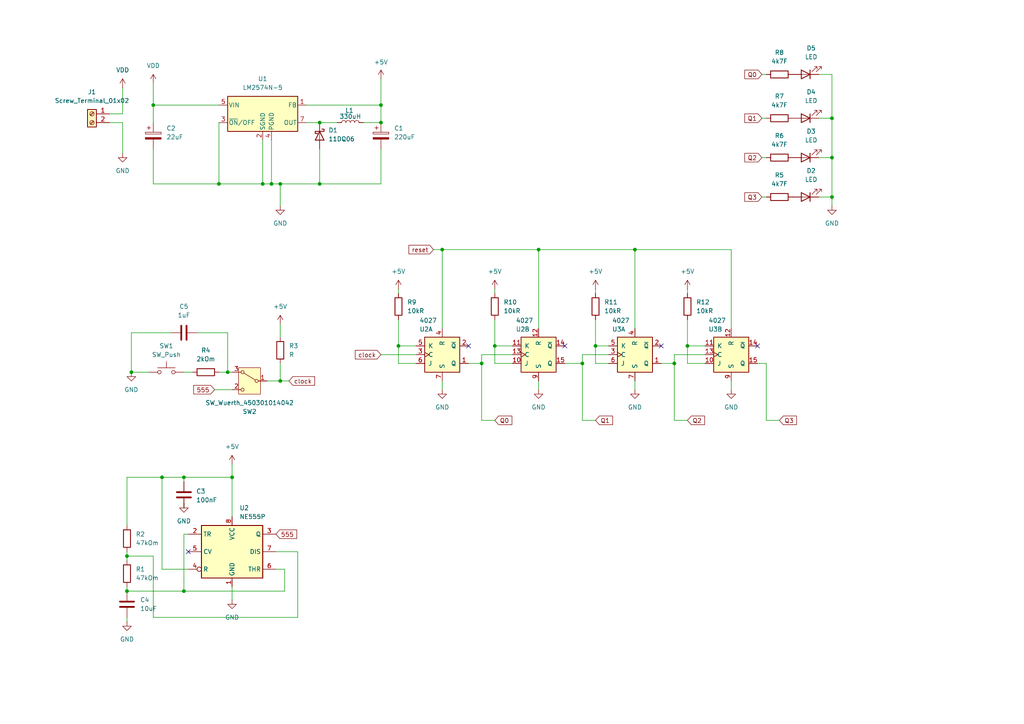
<source format=kicad_sch>
(kicad_sch (version 20250114) (generator "eeschema") (generator_version "9.0")
  (paper "A4")
  (title_block (title "Laboratorijske vjezbe") (date "2025-10-22") (rev "1.0") (company "TVZ"))
  (lib_symbols
    (symbol "4xxx:4027" (pin_names (offset 1.016))
      (property "Reference" "U" (at -7.62 8.89 0))
      (property "Value" "4027" (at -7.62 -8.89 0))
      (symbol "4027_1_1"
        (rectangle (start -5.08 5.08) (end 5.08 -5.08) (stroke (width 0.254)) (fill (type background)))
        (pin input line (at -7.62 2.54 0) (length 2.54) (name "J") (number "6"))
        (pin input clock (at -7.62 0 0) (length 2.54) (name "C") (number "3"))
        (pin input line (at -7.62 -2.54 0) (length 2.54) (name "K") (number "5"))
        (pin input line (at 0 7.62 270) (length 2.54) (name "S") (number "7"))
        (pin input line (at 0 -7.62 90) (length 2.54) (name "R") (number "4"))
        (pin output line (at 7.62 2.54 180) (length 2.54) (name "Q") (number "1"))
        (pin output line (at 7.62 -2.54 180) (length 2.54) (name "~{Q}") (number "2"))
      )
      (symbol "4027_2_1"
        (rectangle (start -5.08 5.08) (end 5.08 -5.08) (stroke (width 0.254)) (fill (type background)))
        (pin input line (at -7.62 2.54 0) (length 2.54) (name "J") (number "10"))
        (pin input clock (at -7.62 0 0) (length 2.54) (name "C") (number "13"))
        (pin input line (at -7.62 -2.54 0) (length 2.54) (name "K") (number "11"))
        (pin input line (at 0 7.62 270) (length 2.54) (name "S") (number "9"))
        (pin input line (at 0 -7.62 90) (length 2.54) (name "R") (number "12"))
        (pin output line (at 7.62 2.54 180) (length 2.54) (name "Q") (number "15"))
        (pin output line (at 7.62 -2.54 180) (length 2.54) (name "~{Q}") (number "14"))
      )
      (symbol "4027_3_0"
        (pin power_in line (at 0 10.16 270) (length 2.54) (name "VDD") (number "16"))
        (pin power_in line (at 0 -10.16 90) (length 2.54) (name "VSS") (number "8"))
      )
      (symbol "4027_3_1"
        (rectangle (start -5.08 7.62) (end 5.08 -7.62) (stroke (width 0.254)) (fill (type background)))
      )
    )
    (symbol "Connector:Screw_Terminal_01x02" (pin_names (offset 1.016) (hide yes))
      (property "Reference" "J" (at 0 2.54 0))
      (property "Value" "Screw_Terminal_01x02" (at 0 -5.08 0))
      (symbol "Screw_Terminal_01x02_1_1"
        (rectangle (start -1.27 1.27) (end 1.27 -3.81) (stroke (width 0.254)) (fill (type background)))
        (polyline (pts (xy -0.5334 0.3302) (xy 0.3302 -0.508)) (stroke (width 0.1524)))
        (polyline (pts (xy -0.5334 -2.2098) (xy 0.3302 -3.048)) (stroke (width 0.1524)))
        (polyline (pts (xy -0.3556 0.508) (xy 0.508 -0.3302)) (stroke (width 0.1524)))
        (polyline (pts (xy -0.3556 -2.032) (xy 0.508 -2.8702)) (stroke (width 0.1524)))
        (circle (center 0 0) (radius 0.635) (stroke (width 0.1524)))
        (circle (center 0 -2.54) (radius 0.635) (stroke (width 0.1524)))
        (pin passive line (at -5.08 0 0) (length 3.81) (name "Pin_1") (number "1"))
        (pin passive line (at -5.08 -2.54 0) (length 3.81) (name "Pin_2") (number "2"))
      )
    )
    (symbol "Device:C" (pin_numbers (hide yes)) (pin_names (offset 0.254))
      (property "Reference" "C" (at 0.635 2.54 0))
      (property "Value" "C" (at 0.635 -2.54 0))
      (symbol "C_0_1"
        (polyline (pts (xy -2.032 0.762) (xy 2.032 0.762)) (stroke (width 0.508)))
        (polyline (pts (xy -2.032 -0.762) (xy 2.032 -0.762)) (stroke (width 0.508)))
      )
      (symbol "C_1_1"
        (pin passive line (at 0 3.81 270) (length 2.794) (name "~") (number "1"))
        (pin passive line (at 0 -3.81 90) (length 2.794) (name "~") (number "2"))
      )
    )
    (symbol "Device:C_Polarized" (pin_numbers (hide yes)) (pin_names (offset 0.254))
      (property "Reference" "C" (at 0.635 2.54 0))
      (property "Value" "C_Polarized" (at 0.635 -2.54 0))
      (symbol "C_Polarized_0_1"
        (rectangle (start -2.286 0.508) (end 2.286 1.016))
        (polyline (pts (xy -1.778 2.286) (xy -0.762 2.286)))
        (polyline (pts (xy -1.27 2.794) (xy -1.27 1.778)))
        (rectangle (start 2.286 -0.508) (end -2.286 -1.016) (fill (type outline)))
      )
      (symbol "C_Polarized_1_1"
        (pin passive line (at 0 3.81 270) (length 2.794) (name "~") (number "1"))
        (pin passive line (at 0 -3.81 90) (length 2.794) (name "~") (number "2"))
      )
    )
    (symbol "Device:D_Schottky" (pin_numbers (hide yes)) (pin_names (offset 1.016) (hide yes))
      (property "Reference" "D" (at 0 2.54 0))
      (property "Value" "D_Schottky" (at 0 -2.54 0))
      (symbol "D_Schottky_0_1"
        (polyline (pts (xy -1.905 0.635) (xy -1.905 1.27) (xy -1.27 1.27) (xy -1.27 -1.27) (xy -0.635 -1.27) (xy -0.635 -0.635)) (stroke (width 0.254)))
        (polyline (pts (xy 1.27 1.27) (xy 1.27 -1.27) (xy -1.27 0) (xy 1.27 1.27)) (stroke (width 0.254)))
        (polyline (pts (xy 1.27 0) (xy -1.27 0)))
      )
      (symbol "D_Schottky_1_1"
        (pin passive line (at -3.81 0 0) (length 2.54) (name "K") (number "1"))
        (pin passive line (at 3.81 0 180) (length 2.54) (name "A") (number "2"))
      )
    )
    (symbol "Device:L" (pin_numbers (hide yes)) (pin_names (offset 1.016) (hide yes))
      (property "Reference" "L" (at -1.27 0 90))
      (property "Value" "L" (at 1.905 0 90))
      (symbol "L_0_1"
        (arc (start 0 2.54) (mid 0.6323 1.905) (end 0 1.27))
        (arc (start 0 1.27) (mid 0.6323 0.635) (end 0 0))
        (arc (start 0 0) (mid 0.6323 -0.635) (end 0 -1.27))
        (arc (start 0 -1.27) (mid 0.6323 -1.905) (end 0 -2.54))
      )
      (symbol "L_1_1"
        (pin passive line (at 0 3.81 270) (length 1.27) (name "1") (number "1"))
        (pin passive line (at 0 -3.81 90) (length 1.27) (name "2") (number "2"))
      )
    )
    (symbol "Device:LED" (pin_numbers (hide yes)) (pin_names (offset 1.016) (hide yes))
      (property "Reference" "D" (at 0 2.54 0))
      (property "Value" "LED" (at 0 -2.54 0))
      (symbol "LED_0_1"
        (polyline (pts (xy -3.048 -0.762) (xy -4.572 -2.286) (xy -3.81 -2.286) (xy -4.572 -2.286) (xy -4.572 -1.524)))
        (polyline (pts (xy -1.778 -0.762) (xy -3.302 -2.286) (xy -2.54 -2.286) (xy -3.302 -2.286) (xy -3.302 -1.524)))
        (polyline (pts (xy -1.27 0) (xy 1.27 0)))
        (polyline (pts (xy -1.27 -1.27) (xy -1.27 1.27)) (stroke (width 0.254)))
        (polyline (pts (xy 1.27 -1.27) (xy 1.27 1.27) (xy -1.27 0) (xy 1.27 -1.27)) (stroke (width 0.254)))
      )
      (symbol "LED_1_1"
        (pin passive line (at -3.81 0 0) (length 2.54) (name "K") (number "1"))
        (pin passive line (at 3.81 0 180) (length 2.54) (name "A") (number "2"))
      )
    )
    (symbol "Device:R" (pin_numbers (hide yes)) (pin_names (offset 0))
      (property "Reference" "R" (at 2.032 0 90))
      (property "Value" "R" (at 0 0 90))
      (symbol "R_0_1"
        (rectangle (start -1.016 -2.54) (end 1.016 2.54) (stroke (width 0.254)))
      )
      (symbol "R_1_1"
        (pin passive line (at 0 3.81 270) (length 1.27) (name "~") (number "1"))
        (pin passive line (at 0 -3.81 90) (length 1.27) (name "~") (number "2"))
      )
    )
    (symbol "Regulator_Switching:LM2574N-5" (pin_names (offset 0.254))
      (property "Reference" "U" (at -10.16 6.35 0))
      (property "Value" "LM2574N-5" (at 0 6.35 0))
      (symbol "LM2574N-5_0_1"
        (rectangle (start -10.16 5.08) (end 10.16 -5.08) (stroke (width 0.254)) (fill (type background)))
      )
      (symbol "LM2574N-5_1_1"
        (pin power_in line (at -12.7 2.54 0) (length 2.54) (name "VIN") (number "5"))
        (pin input line (at -12.7 -2.54 0) (length 2.54) (name "~{ON}/OFF") (number "3"))
        (pin no_connect line (at -10.16 0 0) (length 2.54) (hide yes) (name "NC") (number "6"))
        (pin power_in line (at 0 -7.62 90) (length 2.54) (name "SGND") (number "2"))
        (pin power_in line (at 2.54 -7.62 90) (length 2.54) (name "PGND") (number "4"))
        (pin no_connect line (at 10.16 0 180) (length 2.54) (hide yes) (name "NC") (number "8"))
        (pin input line (at 12.7 2.54 180) (length 2.54) (name "FB") (number "1"))
        (pin output line (at 12.7 -2.54 180) (length 2.54) (name "OUT") (number "7"))
      )
    )
    (symbol "Switch:SW_Push" (pin_numbers (hide yes)) (pin_names (offset 1.016) (hide yes))
      (property "Reference" "SW" (at 1.27 2.54 0))
      (property "Value" "SW_Push" (at 0 -1.524 0))
      (symbol "SW_Push_0_1"
        (circle (center -2.032 0) (radius 0.508))
        (polyline (pts (xy 0 1.27) (xy 0 3.048)))
        (circle (center 2.032 0) (radius 0.508))
        (polyline (pts (xy 2.54 1.27) (xy -2.54 1.27)))
        (pin passive line (at -5.08 0 0) (length 2.54) (name "1") (number "1"))
        (pin passive line (at 5.08 0 180) (length 2.54) (name "2") (number "2"))
      )
    )
    (symbol "Switch:SW_Wuerth_450301014042" (pin_names (offset 1) (hide yes))
      (property "Reference" "SW" (at 0 5.08 0))
      (property "Value" "SW_Wuerth_450301014042" (at 0 -5.08 0))
      (symbol "SW_Wuerth_450301014042_0_1"
        (circle (center -2.032 0) (radius 0.4572))
        (polyline (pts (xy -1.651 0.254) (xy 1.651 2.286)))
        (circle (center 2.032 2.54) (radius 0.4572))
        (circle (center 2.032 -2.54) (radius 0.4572))
      )
      (symbol "SW_Wuerth_450301014042_1_1"
        (rectangle (start -3.175 3.81) (end 3.175 -3.81) (fill (type background)))
        (pin passive line (at -5.08 0 0) (length 2.54) (name "B") (number "1"))
        (pin passive line (at 5.08 2.54 180) (length 2.54) (name "A") (number "3"))
        (pin passive line (at 5.08 -2.54 180) (length 2.54) (name "C") (number "2"))
      )
    )
    (symbol "Timer:NE555P"
      (property "Reference" "U" (at -10.16 8.89 0))
      (property "Value" "NE555P" (at 2.54 8.89 0))
      (symbol "NE555P_0_0"
        (pin power_in line (at 0 10.16 270) (length 2.54) (name "VCC") (number "8"))
        (pin power_in line (at 0 -10.16 90) (length 2.54) (name "GND") (number "1"))
      )
      (symbol "NE555P_0_1"
        (rectangle (start -8.89 -7.62) (end 8.89 7.62) (stroke (width 0.254)) (fill (type background)))
        (rectangle (start -8.89 -7.62) (end 8.89 7.62) (stroke (width 0.254)) (fill (type background)))
      )
      (symbol "NE555P_1_1"
        (pin input line (at -12.7 5.08 0) (length 3.81) (name "TR") (number "2"))
        (pin input line (at -12.7 0 0) (length 3.81) (name "CV") (number "5"))
        (pin input inverted (at -12.7 -5.08 0) (length 3.81) (name "R") (number "4"))
        (pin output line (at 12.7 5.08 180) (length 3.81) (name "Q") (number "3"))
        (pin input line (at 12.7 0 180) (length 3.81) (name "DIS") (number "7"))
        (pin input line (at 12.7 -5.08 180) (length 3.81) (name "THR") (number "6"))
      )
    )
    (symbol "power:+5V" (power) (pin_numbers (hide yes)) (pin_names (offset 0) (hide yes))
      (property "Value" "+5V" (at 0 3.556 0))
      (symbol "+5V_0_1"
        (polyline (pts (xy -0.762 1.27) (xy 0 2.54)))
        (polyline (pts (xy 0 2.54) (xy 0.762 1.27)))
        (polyline (pts (xy 0 0) (xy 0 2.54)))
      )
      (symbol "+5V_1_1"
        (pin power_in line (at 0 0 90) (length 0) (name "~") (number "1"))
      )
    )
    (symbol "power:GND" (power) (pin_numbers (hide yes)) (pin_names (offset 0) (hide yes))
      (property "Value" "GND" (at 0 -3.81 0))
      (symbol "GND_0_1"
        (polyline (pts (xy 0 0) (xy 0 -1.27) (xy 1.27 -1.27) (xy 0 -2.54) (xy -1.27 -1.27) (xy 0 -1.27)))
      )
      (symbol "GND_1_1"
        (pin power_in line (at 0 0 270) (length 0) (name "~") (number "1"))
      )
    )
    (symbol "power:VDD" (power) (pin_numbers (hide yes)) (pin_names (offset 0) (hide yes))
      (property "Value" "VDD" (at 0 3.556 0))
      (symbol "VDD_0_1"
        (polyline (pts (xy -0.762 1.27) (xy 0 2.54)))
        (polyline (pts (xy 0 2.54) (xy 0.762 1.27)))
        (polyline (pts (xy 0 0) (xy 0 2.54)))
      )
      (symbol "VDD_1_1"
        (pin power_in line (at 0 0 90) (length 0) (name "~") (number "1"))
      )
    )
  )
  (junction (at 168.91 105.41))
  (junction (at 110.49 30.48))
  (junction (at 81.28 53.34))
  (junction (at 36.83 171.45))
  (junction (at 143.51 100.33))
  (junction (at 76.2 53.34))
  (junction (at 92.71 53.34))
  (junction (at 67.31 138.43))
  (junction (at 44.45 30.48))
  (junction (at 139.7 105.41))
  (junction (at 63.5 53.34))
  (junction (at 53.34 138.43))
  (junction (at 184.15 72.39))
  (junction (at 36.83 161.29))
  (junction (at 66.04 107.95))
  (junction (at 172.72 100.33))
  (junction (at 81.28 110.49))
  (junction (at 241.3 34.29))
  (junction (at 78.74 53.34))
  (junction (at 92.71 35.56))
  (junction (at 241.3 57.15))
  (junction (at 195.58 105.41))
  (junction (at 110.49 35.56))
  (junction (at 199.39 100.33))
  (junction (at 53.34 171.45))
  (junction (at 46.99 138.43))
  (junction (at 128.27 72.39))
  (junction (at 38.1 107.95))
  (junction (at 115.57 100.33))
  (junction (at 241.3 45.72))
  (junction (at 156.21 72.39))
  (no_connect (at 219.71 100.33))
  (no_connect (at 191.77 100.33))
  (no_connect (at 54.61 160.02))
  (no_connect (at 135.89 100.33))
  (no_connect (at 163.83 100.33))
  (wire (pts (xy 139.7 102.87) (xy 139.7 105.41)))
  (wire (pts (xy 35.56 33.02) (xy 31.75 33.02)))
  (wire (pts (xy 81.28 110.49) (xy 83.82 110.49)))
  (wire (pts (xy 156.21 72.39) (xy 156.21 95.25)))
  (wire (pts (xy 81.28 53.34) (xy 81.28 59.69)))
  (wire (pts (xy 172.72 100.33) (xy 172.72 92.71)))
  (wire (pts (xy 35.56 44.45) (xy 35.56 35.56)))
  (wire (pts (xy 237.49 45.72) (xy 241.3 45.72)))
  (wire (pts (xy 36.83 152.4) (xy 36.83 138.43)))
  (wire (pts (xy 44.45 179.07) (xy 44.45 161.29)))
  (wire (pts (xy 212.09 72.39) (xy 212.09 95.25)))
  (wire (pts (xy 81.28 53.34) (xy 92.71 53.34)))
  (wire (pts (xy 88.9 30.48) (xy 110.49 30.48)))
  (wire (pts (xy 143.51 83.82) (xy 143.51 85.09)))
  (wire (pts (xy 53.34 138.43) (xy 67.31 138.43)))
  (wire (pts (xy 53.34 171.45) (xy 36.83 171.45)))
  (wire (pts (xy 195.58 102.87) (xy 195.58 105.41)))
  (wire (pts (xy 44.45 30.48) (xy 63.5 30.48)))
  (wire (pts (xy 80.01 165.1) (xy 82.55 165.1)))
  (wire (pts (xy 81.28 93.98) (xy 81.28 97.79)))
  (wire (pts (xy 77.47 110.49) (xy 81.28 110.49)))
  (wire (pts (xy 88.9 35.56) (xy 92.71 35.56)))
  (wire (pts (xy 184.15 72.39) (xy 212.09 72.39)))
  (wire (pts (xy 67.31 138.43) (xy 67.31 149.86)))
  (wire (pts (xy 67.31 170.18) (xy 67.31 173.99)))
  (wire (pts (xy 172.72 105.41) (xy 172.72 100.33)))
  (wire (pts (xy 66.04 107.95) (xy 67.31 107.95)))
  (wire (pts (xy 222.25 34.29) (xy 220.98 34.29)))
  (wire (pts (xy 36.83 161.29) (xy 36.83 162.56)))
  (wire (pts (xy 222.25 121.92) (xy 222.25 105.41)))
  (wire (pts (xy 125.73 72.39) (xy 128.27 72.39)))
  (wire (pts (xy 63.5 53.34) (xy 76.2 53.34)))
  (wire (pts (xy 82.55 171.45) (xy 53.34 171.45)))
  (wire (pts (xy 222.25 57.15) (xy 220.98 57.15)))
  (wire (pts (xy 143.51 121.92) (xy 139.7 121.92)))
  (wire (pts (xy 67.31 134.62) (xy 67.31 138.43)))
  (wire (pts (xy 110.49 30.48) (xy 110.49 35.56)))
  (wire (pts (xy 139.7 105.41) (xy 135.89 105.41)))
  (wire (pts (xy 36.83 170.18) (xy 36.83 171.45)))
  (wire (pts (xy 81.28 105.41) (xy 81.28 110.49)))
  (wire (pts (xy 172.72 121.92) (xy 168.91 121.92)))
  (wire (pts (xy 222.25 45.72) (xy 220.98 45.72)))
  (wire (pts (xy 63.5 107.95) (xy 66.04 107.95)))
  (wire (pts (xy 139.7 121.92) (xy 139.7 105.41)))
  (wire (pts (xy 46.99 165.1) (xy 46.99 138.43)))
  (wire (pts (xy 44.45 30.48) (xy 44.45 35.56)))
  (wire (pts (xy 156.21 72.39) (xy 184.15 72.39)))
  (wire (pts (xy 120.65 105.41) (xy 115.57 105.41)))
  (wire (pts (xy 237.49 21.59) (xy 241.3 21.59)))
  (wire (pts (xy 86.36 160.02) (xy 86.36 179.07)))
  (wire (pts (xy 53.34 138.43) (xy 53.34 139.7)))
  (wire (pts (xy 110.49 22.86) (xy 110.49 30.48)))
  (wire (pts (xy 237.49 34.29) (xy 241.3 34.29)))
  (wire (pts (xy 199.39 83.82) (xy 199.39 85.09)))
  (wire (pts (xy 241.3 57.15) (xy 241.3 59.69)))
  (wire (pts (xy 54.61 165.1) (xy 46.99 165.1)))
  (wire (pts (xy 156.21 110.49) (xy 156.21 113.03)))
  (wire (pts (xy 110.49 102.87) (xy 120.65 102.87)))
  (wire (pts (xy 115.57 105.41) (xy 115.57 100.33)))
  (wire (pts (xy 105.41 35.56) (xy 110.49 35.56)))
  (wire (pts (xy 128.27 72.39) (xy 128.27 95.25)))
  (wire (pts (xy 76.2 40.64) (xy 76.2 53.34)))
  (wire (pts (xy 44.45 161.29) (xy 36.83 161.29)))
  (wire (pts (xy 115.57 100.33) (xy 115.57 92.71)))
  (wire (pts (xy 78.74 53.34) (xy 81.28 53.34)))
  (wire (pts (xy 128.27 110.49) (xy 128.27 113.03)))
  (wire (pts (xy 92.71 43.18) (xy 92.71 53.34)))
  (wire (pts (xy 176.53 105.41) (xy 172.72 105.41)))
  (wire (pts (xy 204.47 105.41) (xy 199.39 105.41)))
  (wire (pts (xy 35.56 25.4) (xy 35.56 33.02)))
  (wire (pts (xy 63.5 35.56) (xy 63.5 53.34)))
  (wire (pts (xy 168.91 102.87) (xy 168.91 105.41)))
  (wire (pts (xy 204.47 102.87) (xy 195.58 102.87)))
  (wire (pts (xy 92.71 35.56) (xy 97.79 35.56)))
  (wire (pts (xy 143.51 100.33) (xy 148.59 100.33)))
  (wire (pts (xy 49.53 96.52) (xy 38.1 96.52)))
  (wire (pts (xy 36.83 138.43) (xy 46.99 138.43)))
  (wire (pts (xy 148.59 105.41) (xy 143.51 105.41)))
  (wire (pts (xy 66.04 96.52) (xy 66.04 107.95)))
  (wire (pts (xy 78.74 40.64) (xy 78.74 53.34)))
  (wire (pts (xy 92.71 53.34) (xy 110.49 53.34)))
  (wire (pts (xy 36.83 179.07) (xy 36.83 180.34)))
  (wire (pts (xy 199.39 100.33) (xy 199.39 92.71)))
  (wire (pts (xy 184.15 110.49) (xy 184.15 113.03)))
  (wire (pts (xy 143.51 105.41) (xy 143.51 100.33)))
  (wire (pts (xy 62.23 113.03) (xy 67.31 113.03)))
  (wire (pts (xy 226.06 121.92) (xy 222.25 121.92)))
  (wire (pts (xy 38.1 107.95) (xy 43.18 107.95)))
  (wire (pts (xy 38.1 96.52) (xy 38.1 107.95)))
  (wire (pts (xy 36.83 160.02) (xy 36.83 161.29)))
  (wire (pts (xy 195.58 105.41) (xy 191.77 105.41)))
  (wire (pts (xy 76.2 53.34) (xy 78.74 53.34)))
  (wire (pts (xy 128.27 72.39) (xy 156.21 72.39)))
  (wire (pts (xy 44.45 24.13) (xy 44.45 30.48)))
  (wire (pts (xy 44.45 53.34) (xy 63.5 53.34)))
  (wire (pts (xy 82.55 165.1) (xy 82.55 171.45)))
  (wire (pts (xy 172.72 100.33) (xy 176.53 100.33)))
  (wire (pts (xy 176.53 102.87) (xy 168.91 102.87)))
  (wire (pts (xy 237.49 57.15) (xy 241.3 57.15)))
  (wire (pts (xy 212.09 110.49) (xy 212.09 113.03)))
  (wire (pts (xy 168.91 121.92) (xy 168.91 105.41)))
  (wire (pts (xy 184.15 72.39) (xy 184.15 95.25)))
  (wire (pts (xy 57.15 96.52) (xy 66.04 96.52)))
  (wire (pts (xy 241.3 57.15) (xy 241.3 45.72)))
  (wire (pts (xy 46.99 138.43) (xy 53.34 138.43)))
  (wire (pts (xy 172.72 83.82) (xy 172.72 85.09)))
  (wire (pts (xy 80.01 160.02) (xy 86.36 160.02)))
  (wire (pts (xy 53.34 154.94) (xy 53.34 171.45)))
  (wire (pts (xy 115.57 83.82) (xy 115.57 85.09)))
  (wire (pts (xy 53.34 107.95) (xy 55.88 107.95)))
  (wire (pts (xy 199.39 121.92) (xy 195.58 121.92)))
  (wire (pts (xy 199.39 100.33) (xy 204.47 100.33)))
  (wire (pts (xy 44.45 43.18) (xy 44.45 53.34)))
  (wire (pts (xy 222.25 105.41) (xy 219.71 105.41)))
  (wire (pts (xy 222.25 21.59) (xy 220.98 21.59)))
  (wire (pts (xy 241.3 45.72) (xy 241.3 34.29)))
  (wire (pts (xy 163.83 105.41) (xy 168.91 105.41)))
  (wire (pts (xy 195.58 121.92) (xy 195.58 105.41)))
  (wire (pts (xy 53.34 146.05) (xy 53.34 147.32)))
  (wire (pts (xy 110.49 53.34) (xy 110.49 43.18)))
  (wire (pts (xy 86.36 179.07) (xy 44.45 179.07)))
  (wire (pts (xy 143.51 100.33) (xy 143.51 92.71)))
  (wire (pts (xy 241.3 34.29) (xy 241.3 21.59)))
  (wire (pts (xy 54.61 154.94) (xy 53.34 154.94)))
  (wire (pts (xy 148.59 102.87) (xy 139.7 102.87)))
  (wire (pts (xy 35.56 35.56) (xy 31.75 35.56)))
  (wire (pts (xy 115.57 100.33) (xy 120.65 100.33)))
  (wire (pts (xy 199.39 100.33) (xy 199.39 105.41)))
  (global_label "Q2" (shape input) (at 199.39 121.92 0) (property "Intersheetrefs" "${INTERSHEET_REFS}" (effects (hide yes))))
  (global_label "Q1" (shape input) (at 220.98 34.29 180) (property "Intersheetrefs" "${INTERSHEET_REFS}" (effects (hide yes))))
  (global_label "reset" (shape input) (at 125.73 72.39 180) (property "Intersheetrefs" "${INTERSHEET_REFS}" (effects (hide yes))))
  (global_label "Q0" (shape input) (at 220.98 21.59 180) (property "Intersheetrefs" "${INTERSHEET_REFS}" (effects (hide yes))))
  (global_label "Q3" (shape input) (at 220.98 57.15 180) (property "Intersheetrefs" "${INTERSHEET_REFS}" (effects (hide yes))))
  (global_label "555" (shape input) (at 62.23 113.03 180) (property "Intersheetrefs" "${INTERSHEET_REFS}" (effects (hide yes))))
  (global_label "clock" (shape input) (at 83.82 110.49 0) (property "Intersheetrefs" "${INTERSHEET_REFS}" (effects (hide yes))))
  (global_label "Q2" (shape input) (at 220.98 45.72 180) (property "Intersheetrefs" "${INTERSHEET_REFS}" (effects (hide yes))))
  (global_label "Q0" (shape input) (at 143.51 121.92 0) (property "Intersheetrefs" "${INTERSHEET_REFS}" (effects (hide yes))))
  (global_label "Q1" (shape input) (at 172.72 121.92 0) (property "Intersheetrefs" "${INTERSHEET_REFS}" (effects (hide yes))))
  (global_label "Q3" (shape input) (at 226.06 121.92 0) (property "Intersheetrefs" "${INTERSHEET_REFS}" (effects (hide yes))))
  (global_label "clock" (shape input) (at 110.49 102.87 180) (property "Intersheetrefs" "${INTERSHEET_REFS}" (effects (hide yes))))
  (global_label "555" (shape input) (at 80.01 154.94 0) (property "Intersheetrefs" "${INTERSHEET_REFS}" (effects (hide yes))))
  (symbol (lib_id "Device:C") (at 36.83 175.26 0) (unit 1)
    (property "Reference" "C4" (at 40.64 173.9899 0) (effects (justify left)))
    (property "Value" "10uF" (at 40.64 176.5299 0) (effects (justify left)))
    (property "Description" "Unpolarized capacitor" (effects (hide yes)))
  )
  (symbol (lib_id "4xxx:4027") (at 212.09 102.87 0) (mirror x) (unit 2)
    (property "Reference" "U3" (at 205.486 95.504 0) (effects (justify left)))
    (property "Value" "4027" (at 205.486 92.964 0) (effects (justify left)))
    (property "Datasheet" "http://www.intersil.com/content/dam/Intersil/documents/cd40/cd4027bms.pdf" (effects (hide yes)))
    (property "Description" "Dual JK FlipFlop, set & reset" (effects (hide yes)))
  )
  (symbol (lib_id "Device:R") (at 143.51 88.9 0) (unit 1)
    (property "Reference" "R10" (at 146.05 87.6299 0) (effects (justify left)))
    (property "Value" "10kR" (at 146.05 90.1699 0) (effects (justify left)))
    (property "Description" "Resistor" (effects (hide yes)))
  )
  (symbol (lib_id "power:GND") (at 35.56 44.45 0) (unit 1)
    (property "Reference" "#PWR04" (effects (hide yes)))
    (property "Value" "GND" (at 35.56 49.53 0))
    (property "Description" "Power symbol creates a global label with name \"GND\" , ground" (effects (hide yes)))
  )
  (symbol (lib_id "Device:C") (at 53.34 96.52 90) (unit 1)
    (property "Reference" "C5" (at 53.34 88.9 90))
    (property "Value" "1uF" (at 53.34 91.44 90))
    (property "Description" "Unpolarized capacitor" (effects (hide yes)))
  )
  (symbol (lib_id "4xxx:4027") (at 156.21 102.87 0) (mirror x) (unit 2)
    (property "Reference" "U2" (at 149.606 95.504 0) (effects (justify left)))
    (property "Value" "4027" (at 149.606 92.964 0) (effects (justify left)))
    (property "Datasheet" "http://www.intersil.com/content/dam/Intersil/documents/cd40/cd4027bms.pdf" (effects (hide yes)))
    (property "Description" "Dual JK FlipFlop, set & reset" (effects (hide yes)))
  )
  (symbol (lib_id "Switch:SW_Wuerth_450301014042") (at 72.39 110.49 0) (mirror y) (unit 1)
    (property "Reference" "SW2" (at 72.39 119.38 0))
    (property "Value" "SW_Wuerth_450301014042" (at 72.39 116.84 0))
    (property "Footprint" "Button_Switch_THT:SW_Slide-03_Wuerth-WS-SLTV_10x2.5x6.4_P2.54mm" (effects (hide yes)))
    (property "Datasheet" "https://www.we-online.com/components/products/datasheet/450301014042.pdf" (effects (hide yes)))
    (property "Description" "Switch slide, single pole double throw" (effects (hide yes)))
  )
  (symbol (lib_id "power:GND") (at 53.34 146.05 0) (unit 1)
    (property "Reference" "#PWR08" (effects (hide yes)))
    (property "Value" "GND" (at 53.34 151.13 0))
    (property "Description" "Power symbol creates a global label with name \"GND\" , ground" (effects (hide yes)))
  )
  (symbol (lib_id "power:VDD") (at 35.56 25.4 0) (unit 1)
    (property "Reference" "#PWR01" (effects (hide yes)))
    (property "Value" "VDD" (at 35.56 20.32 0))
    (property "Description" "Power symbol creates a global label with name \"VDD\"" (effects (hide yes)))
  )
  (symbol (lib_id "Regulator_Switching:LM2574N-5") (at 76.2 33.02 0) (unit 1)
    (property "Reference" "U1" (at 76.2 22.86 0))
    (property "Value" "LM2574N-5" (at 76.2 25.4 0))
    (property "Footprint" "Package_DIP:DIP-8_W7.62mm" (effects (hide yes)))
    (property "Datasheet" "http://www.national.com/ds/LM/LM2574.pdf" (effects (hide yes)))
    (property "Description" "5V, 0.5A SIMPLE SWITCHER® Step-Down Voltage Regulator, DIP-8" (effects (hide yes)))
  )
  (symbol (lib_id "power:+5V") (at 115.57 83.82 0) (unit 1)
    (property "Reference" "#PWR017" (effects (hide yes)))
    (property "Value" "+5V" (at 115.57 78.74 0))
    (property "Description" "Power symbol creates a global label with name \"+5V\"" (effects (hide yes)))
  )
  (symbol (lib_id "4xxx:4027") (at 184.15 102.87 0) (mirror x) (unit 1)
    (property "Reference" "U3" (at 177.546 95.504 0) (effects (justify left)))
    (property "Value" "4027" (at 177.546 92.964 0) (effects (justify left)))
    (property "Datasheet" "http://www.intersil.com/content/dam/Intersil/documents/cd40/cd4027bms.pdf" (effects (hide yes)))
    (property "Description" "Dual JK FlipFlop, set & reset" (effects (hide yes)))
  )
  (symbol (lib_id "4xxx:4027") (at 128.27 102.87 0) (mirror x) (unit 1)
    (property "Reference" "U2" (at 121.666 95.504 0) (effects (justify left)))
    (property "Value" "4027" (at 121.666 92.964 0) (effects (justify left)))
    (property "Datasheet" "http://www.intersil.com/content/dam/Intersil/documents/cd40/cd4027bms.pdf" (effects (hide yes)))
    (property "Description" "Dual JK FlipFlop, set & reset" (effects (hide yes)))
  )
  (symbol (lib_id "Device:C_Polarized") (at 44.45 39.37 0) (unit 1)
    (property "Reference" "C2" (at 48.26 37.2109 0) (effects (justify left)))
    (property "Value" "22uF" (at 48.26 39.7509 0) (effects (justify left)))
    (property "Description" "Polarized capacitor" (effects (hide yes)))
  )
  (symbol (lib_id "Device:LED") (at 233.68 34.29 180) (unit 1)
    (property "Reference" "D4" (at 235.2675 26.67 0))
    (property "Value" "LED" (at 235.2675 29.21 0))
    (property "Description" "Light emitting diode" (effects (hide yes)))
    (property "Sim.Pins" "1=K 2=A" (effects (hide yes)))
  )
  (symbol (lib_id "Device:R") (at 226.06 57.15 90) (unit 1)
    (property "Reference" "R5" (at 226.06 50.8 90))
    (property "Value" "4k7F" (at 226.06 53.34 90))
    (property "Description" "Resistor" (effects (hide yes)))
  )
  (symbol (lib_id "Device:R") (at 226.06 45.72 90) (unit 1)
    (property "Reference" "R6" (at 226.06 39.37 90))
    (property "Value" "4k7F" (at 226.06 41.91 90))
    (property "Description" "Resistor" (effects (hide yes)))
  )
  (symbol (lib_id "power:GND") (at 38.1 107.95 0) (unit 1)
    (property "Reference" "#PWR010" (effects (hide yes)))
    (property "Value" "GND" (at 38.1 113.03 0))
    (property "Description" "Power symbol creates a global label with name \"GND\" , ground" (effects (hide yes)))
  )
  (symbol (lib_id "Device:LED") (at 233.68 45.72 180) (unit 1)
    (property "Reference" "D3" (at 235.2675 38.1 0))
    (property "Value" "LED" (at 235.2675 40.64 0))
    (property "Description" "Light emitting diode" (effects (hide yes)))
    (property "Sim.Pins" "1=K 2=A" (effects (hide yes)))
  )
  (symbol (lib_id "Device:R") (at 226.06 34.29 90) (unit 1)
    (property "Reference" "R7" (at 226.06 27.94 90))
    (property "Value" "4k7F" (at 226.06 30.48 90))
    (property "Description" "Resistor" (effects (hide yes)))
  )
  (symbol (lib_id "Device:R") (at 81.28 101.6 0) (unit 1)
    (property "Reference" "R3" (at 83.82 100.3299 0) (effects (justify left)))
    (property "Value" "R" (at 83.82 102.8699 0) (effects (justify left)))
    (property "Description" "Resistor" (effects (hide yes)))
  )
  (symbol (lib_id "Device:R") (at 115.57 88.9 0) (unit 1)
    (property "Reference" "R9" (at 118.11 87.6299 0) (effects (justify left)))
    (property "Value" "10kR" (at 118.11 90.1699 0) (effects (justify left)))
    (property "Description" "Resistor" (effects (hide yes)))
  )
  (symbol (lib_id "power:+5V") (at 172.72 83.82 0) (unit 1)
    (property "Reference" "#PWR019" (effects (hide yes)))
    (property "Value" "+5V" (at 172.72 78.74 0))
    (property "Description" "Power symbol creates a global label with name \"+5V\"" (effects (hide yes)))
  )
  (symbol (lib_id "power:GND") (at 212.09 113.03 0) (unit 1)
    (property "Reference" "#PWR014" (effects (hide yes)))
    (property "Value" "GND" (at 212.09 118.11 0))
    (property "Description" "Power symbol creates a global label with name \"GND\" , ground" (effects (hide yes)))
  )
  (symbol (lib_id "Timer:NE555P") (at 67.31 160.02 0) (unit 1)
    (property "Reference" "U2" (at 69.4533 147.32 0) (effects (justify left)))
    (property "Value" "NE555P" (at 69.4533 149.86 0) (effects (justify left)))
    (property "Footprint" "Package_DIP:DIP-8_W7.62mm" (effects (hide yes)))
    (property "Datasheet" "http://www.ti.com/lit/ds/symlink/ne555.pdf" (effects (hide yes)))
    (property "Description" "Precision Timers, 555 compatible,  PDIP-8" (effects (hide yes)))
  )
  (symbol (lib_id "Device:R") (at 59.69 107.95 90) (unit 1)
    (property "Reference" "R4" (at 59.69 101.6 90))
    (property "Value" "2kOm" (at 59.69 104.14 90))
    (property "Description" "Resistor" (effects (hide yes)))
  )
  (symbol (lib_id "power:GND") (at 156.21 113.03 0) (unit 1)
    (property "Reference" "#PWR015" (effects (hide yes)))
    (property "Value" "GND" (at 156.21 118.11 0))
    (property "Description" "Power symbol creates a global label with name \"GND\" , ground" (effects (hide yes)))
  )
  (symbol (lib_id "Device:LED") (at 233.68 21.59 180) (unit 1)
    (property "Reference" "D5" (at 235.2675 13.97 0))
    (property "Value" "LED" (at 235.2675 16.51 0))
    (property "Description" "Light emitting diode" (effects (hide yes)))
    (property "Sim.Pins" "1=K 2=A" (effects (hide yes)))
  )
  (symbol (lib_id "power:GND") (at 36.83 180.34 0) (unit 1)
    (property "Reference" "#PWR06" (effects (hide yes)))
    (property "Value" "GND" (at 36.83 185.42 0))
    (property "Description" "Power symbol creates a global label with name \"GND\" , ground" (effects (hide yes)))
  )
  (symbol (lib_id "power:+5V") (at 199.39 83.82 0) (unit 1)
    (property "Reference" "#PWR020" (effects (hide yes)))
    (property "Value" "+5V" (at 199.39 78.74 0))
    (property "Description" "Power symbol creates a global label with name \"+5V\"" (effects (hide yes)))
  )
  (symbol (lib_id "power:+5V") (at 81.28 93.98 0) (unit 1)
    (property "Reference" "#PWR011" (effects (hide yes)))
    (property "Value" "+5V" (at 81.28 88.9 0))
    (property "Description" "Power symbol creates a global label with name \"+5V\"" (effects (hide yes)))
  )
  (symbol (lib_id "Switch:SW_Push") (at 48.26 107.95 0) (unit 1)
    (property "Reference" "SW1" (at 48.26 100.33 0))
    (property "Value" "SW_Push" (at 48.26 102.87 0))
    (property "Description" "Push button switch, generic, two pins" (effects (hide yes)))
  )
  (symbol (lib_id "power:GND") (at 241.3 59.69 0) (unit 1)
    (property "Reference" "#PWR012" (effects (hide yes)))
    (property "Value" "GND" (at 241.3 64.77 0))
    (property "Description" "Power symbol creates a global label with name \"GND\" , ground" (effects (hide yes)))
  )
  (symbol (lib_id "Device:D_Schottky") (at 92.71 39.37 270) (unit 1)
    (property "Reference" "D1" (at 95.25 37.7824 90) (effects (justify left)))
    (property "Value" "11DQ06" (at 95.25 40.3224 90) (effects (justify left)))
    (property "Description" "Schottky diode" (effects (hide yes)))
  )
  (symbol (lib_id "Device:C") (at 53.34 143.51 0) (unit 1)
    (property "Reference" "C3" (at 56.896 142.494 0) (effects (justify left)))
    (property "Value" "100nF" (at 56.896 145.034 0) (effects (justify left)))
    (property "Description" "Unpolarized capacitor" (effects (hide yes)))
  )
  (symbol (lib_id "Device:R") (at 226.06 21.59 90) (unit 1)
    (property "Reference" "R8" (at 226.06 15.24 90))
    (property "Value" "4k7F" (at 226.06 17.78 90))
    (property "Description" "Resistor" (effects (hide yes)))
  )
  (symbol (lib_id "Device:C_Polarized") (at 110.49 39.37 0) (unit 1)
    (property "Reference" "C1" (at 114.3 37.2109 0) (effects (justify left)))
    (property "Value" "220uF" (at 114.3 39.7509 0) (effects (justify left)))
    (property "Description" "Polarized capacitor" (effects (hide yes)))
  )
  (symbol (lib_id "Device:R") (at 36.83 156.21 0) (unit 1)
    (property "Reference" "R2" (at 39.37 154.9399 0) (effects (justify left)))
    (property "Value" "47kOm" (at 39.37 157.4799 0) (effects (justify left)))
    (property "Description" "Resistor" (effects (hide yes)))
  )
  (symbol (lib_id "Device:LED") (at 233.68 57.15 180) (unit 1)
    (property "Reference" "D2" (at 235.2675 49.53 0))
    (property "Value" "LED" (at 235.2675 52.07 0))
    (property "Description" "Light emitting diode" (effects (hide yes)))
    (property "Sim.Pins" "1=K 2=A" (effects (hide yes)))
  )
  (symbol (lib_id "Device:R") (at 36.83 166.37 0) (unit 1)
    (property "Reference" "R1" (at 39.37 165.0999 0) (effects (justify left)))
    (property "Value" "47kOm" (at 39.37 167.6399 0) (effects (justify left)))
    (property "Description" "Resistor" (effects (hide yes)))
  )
  (symbol (lib_id "Device:L") (at 101.6 35.56 90) (unit 1)
    (property "Reference" "L1" (at 101.346 32.766 90) (effects (justify top)))
    (property "Value" "330uH" (at 101.6 33.782 90))
    (property "Description" "Inductor" (effects (hide yes)))
  )
  (symbol (lib_id "power:+5V") (at 67.31 134.62 0) (unit 1)
    (property "Reference" "#PWR07" (effects (hide yes)))
    (property "Value" "+5V" (at 67.31 129.54 0))
    (property "Description" "Power symbol creates a global label with name \"+5V\"" (effects (hide yes)))
  )
  (symbol (lib_id "power:GND") (at 128.27 113.03 0) (unit 1)
    (property "Reference" "#PWR016" (effects (hide yes)))
    (property "Value" "GND" (at 128.27 118.11 0))
    (property "Description" "Power symbol creates a global label with name \"GND\" , ground" (effects (hide yes)))
  )
  (symbol (lib_id "power:GND") (at 184.15 113.03 0) (unit 1)
    (property "Reference" "#PWR013" (effects (hide yes)))
    (property "Value" "GND" (at 184.15 118.11 0))
    (property "Description" "Power symbol creates a global label with name \"GND\" , ground" (effects (hide yes)))
  )
  (symbol (lib_id "power:GND") (at 81.28 59.69 0) (unit 1)
    (property "Reference" "#PWR02" (effects (hide yes)))
    (property "Value" "GND" (at 81.28 64.77 0))
    (property "Description" "Power symbol creates a global label with name \"GND\" , ground" (effects (hide yes)))
  )
  (symbol (lib_id "Connector:Screw_Terminal_01x02") (at 26.67 33.02 0) (mirror y) (unit 1)
    (property "Reference" "J1" (at 26.67 26.67 0))
    (property "Value" "Screw_Terminal_01x02" (at 26.67 29.21 0))
    (property "Description" "Generic screw terminal, single row, 01x02, script generated (kicad-library-utils/schlib/autogen/connector/)" (effects (hide yes)))
  )
  (symbol (lib_id "Device:R") (at 199.39 88.9 0) (unit 1)
    (property "Reference" "R12" (at 201.93 87.6299 0) (effects (justify left)))
    (property "Value" "10kR" (at 201.93 90.1699 0) (effects (justify left)))
    (property "Description" "Resistor" (effects (hide yes)))
  )
  (symbol (lib_id "power:GND") (at 67.31 173.99 0) (unit 1)
    (property "Reference" "#PWR09" (effects (hide yes)))
    (property "Value" "GND" (at 67.31 179.07 0))
    (property "Description" "Power symbol creates a global label with name \"GND\" , ground" (effects (hide yes)))
  )
  (symbol (lib_id "power:+5V") (at 143.51 83.82 0) (unit 1)
    (property "Reference" "#PWR018" (effects (hide yes)))
    (property "Value" "+5V" (at 143.51 78.74 0))
    (property "Description" "Power symbol creates a global label with name \"+5V\"" (effects (hide yes)))
  )
  (symbol (lib_id "power:VDD") (at 44.45 24.13 0) (unit 1)
    (property "Reference" "#PWR03" (effects (hide yes)))
    (property "Value" "VDD" (at 44.45 19.05 0))
    (property "Description" "Power symbol creates a global label with name \"VDD\"" (effects (hide yes)))
  )
  (symbol (lib_id "power:+5V") (at 110.49 22.86 0) (unit 1)
    (property "Reference" "#PWR05" (effects (hide yes)))
    (property "Value" "+5V" (at 110.49 18.034 0))
    (property "Description" "Power symbol creates a global label with name \"+5V\"" (effects (hide yes)))
  )
  (symbol (lib_id "Device:R") (at 172.72 88.9 0) (unit 1)
    (property "Reference" "R11" (at 175.26 87.6299 0) (effects (justify left)))
    (property "Value" "10kR" (at 175.26 90.1699 0) (effects (justify left)))
    (property "Description" "Resistor" (effects (hide yes)))
  )
)
</source>
